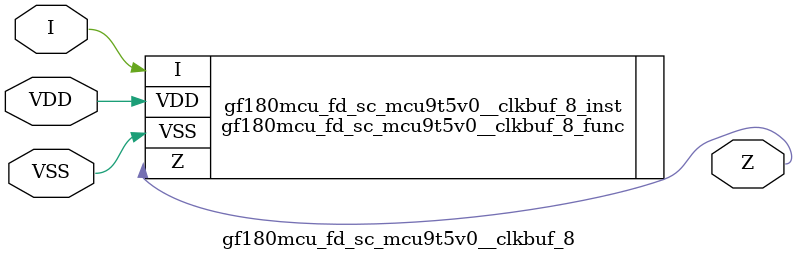
<source format=v>

module gf180mcu_fd_sc_mcu9t5v0__clkbuf_8( I, Z, VDD, VSS );
input I;
inout VDD, VSS;
output Z;

   `ifdef FUNCTIONAL  //  functional //

	gf180mcu_fd_sc_mcu9t5v0__clkbuf_8_func gf180mcu_fd_sc_mcu9t5v0__clkbuf_8_behav_inst(.I(I),.Z(Z),.VDD(VDD),.VSS(VSS));

   `else

	gf180mcu_fd_sc_mcu9t5v0__clkbuf_8_func gf180mcu_fd_sc_mcu9t5v0__clkbuf_8_inst(.I(I),.Z(Z),.VDD(VDD),.VSS(VSS));

	// spec_gates_begin


	// spec_gates_end



   specify

	// specify_block_begin

	// comb arc I --> Z
	 (I => Z) = (1.0,1.0);

	// specify_block_end

   endspecify

   `endif

endmodule

</source>
